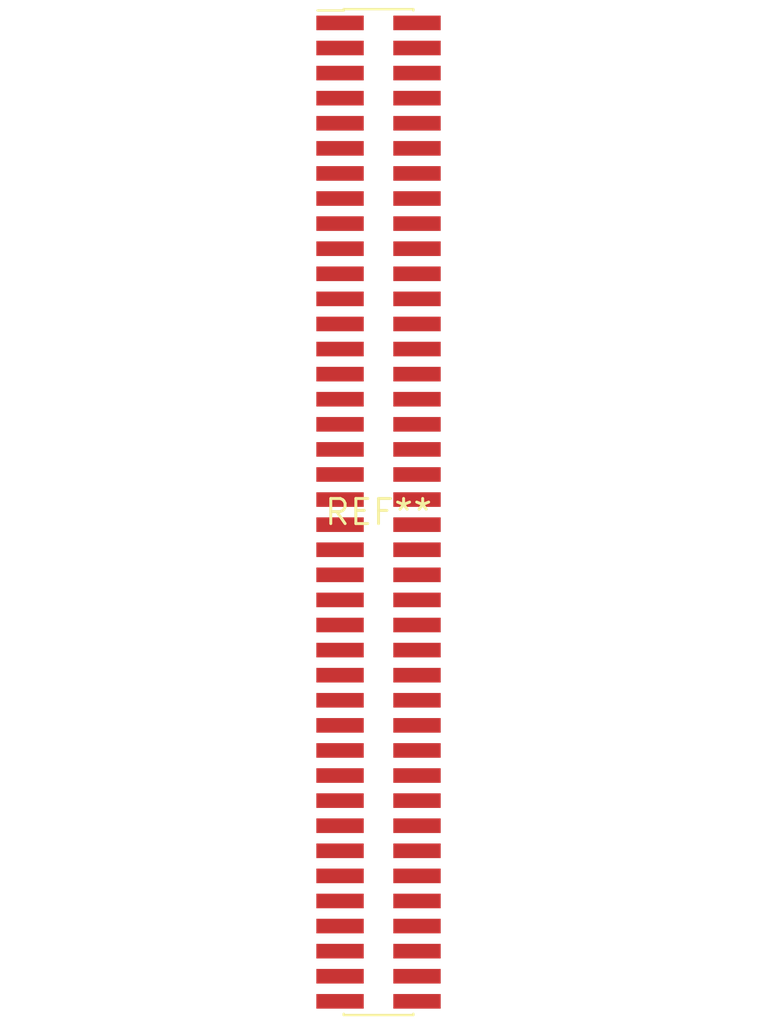
<source format=kicad_pcb>
(kicad_pcb (version 20240108) (generator pcbnew)
  (layers (0 "F.Cu" signal) (31 "B.Cu" signal) (34 "B.Paste" user) (35 "F.Paste" user) (36 "B.SilkS" user "B.Silkscreen") (37 "F.SilkS" user "F.Silkscreen") (38 "B.Mask" user) (39 "F.Mask" user) (44 "Edge.Cuts" user))
  (net 0 "")
  (footprint "PinHeader_2x40_P1.27mm_Vertical_SMD" (layer "F.Cu") (at 0 0)
    (property "Reference" "REF**")
    (property "Value" "PinHeader_2x40_P1.27mm_Vertical_SMD")
    (fp_line (start -3.09 -25.395) (end -1.765 -25.395) (layer "F.SilkS") (stroke (width 0.12)))
    (fp_line (start -1.765 -25.46) (end -1.765 -25.395) (layer "F.SilkS") (stroke (width 0.12)))
    (fp_line (start -1.765 -25.46) (end 1.765 -25.46) (layer "F.SilkS") (stroke (width 0.12)))
    (fp_line (start -1.765 25.395) (end -1.765 25.46) (layer "F.SilkS") (stroke (width 0.12)))
    (fp_line (start -1.765 25.46) (end 1.765 25.46) (layer "F.SilkS") (stroke (width 0.12)))
    (fp_line (start 1.765 -25.46) (end 1.765 -25.395) (layer "F.SilkS") (stroke (width 0.12)))
    (fp_line (start 1.765 25.395) (end 1.765 25.46) (layer "F.SilkS") (stroke (width 0.12)))
    (pad "1" smd rect (at -1.95 -24.765) (size 2.4 0.74) (layers "F.Cu" "F.Paste" "F.Mask"))
    (pad "2" smd rect (at 1.95 -24.765) (size 2.4 0.74) (layers "F.Cu" "F.Paste" "F.Mask"))
    (pad "3" smd rect (at -1.95 -23.495) (size 2.4 0.74) (layers "F.Cu" "F.Paste" "F.Mask"))
    (pad "4" smd rect (at 1.95 -23.495) (size 2.4 0.74) (layers "F.Cu" "F.Paste" "F.Mask"))
    (pad "5" smd rect (at -1.95 -22.225) (size 2.4 0.74) (layers "F.Cu" "F.Paste" "F.Mask"))
    (pad "6" smd rect (at 1.95 -22.225) (size 2.4 0.74) (layers "F.Cu" "F.Paste" "F.Mask"))
    (pad "7" smd rect (at -1.95 -20.955) (size 2.4 0.74) (layers "F.Cu" "F.Paste" "F.Mask"))
    (pad "8" smd rect (at 1.95 -20.955) (size 2.4 0.74) (layers "F.Cu" "F.Paste" "F.Mask"))
    (pad "9" smd rect (at -1.95 -19.685) (size 2.4 0.74) (layers "F.Cu" "F.Paste" "F.Mask"))
    (pad "10" smd rect (at 1.95 -19.685) (size 2.4 0.74) (layers "F.Cu" "F.Paste" "F.Mask"))
    (pad "11" smd rect (at -1.95 -18.415) (size 2.4 0.74) (layers "F.Cu" "F.Paste" "F.Mask"))
    (pad "12" smd rect (at 1.95 -18.415) (size 2.4 0.74) (layers "F.Cu" "F.Paste" "F.Mask"))
    (pad "13" smd rect (at -1.95 -17.145) (size 2.4 0.74) (layers "F.Cu" "F.Paste" "F.Mask"))
    (pad "14" smd rect (at 1.95 -17.145) (size 2.4 0.74) (layers "F.Cu" "F.Paste" "F.Mask"))
    (pad "15" smd rect (at -1.95 -15.875) (size 2.4 0.74) (layers "F.Cu" "F.Paste" "F.Mask"))
    (pad "16" smd rect (at 1.95 -15.875) (size 2.4 0.74) (layers "F.Cu" "F.Paste" "F.Mask"))
    (pad "17" smd rect (at -1.95 -14.605) (size 2.4 0.74) (layers "F.Cu" "F.Paste" "F.Mask"))
    (pad "18" smd rect (at 1.95 -14.605) (size 2.4 0.74) (layers "F.Cu" "F.Paste" "F.Mask"))
    (pad "19" smd rect (at -1.95 -13.335) (size 2.4 0.74) (layers "F.Cu" "F.Paste" "F.Mask"))
    (pad "20" smd rect (at 1.95 -13.335) (size 2.4 0.74) (layers "F.Cu" "F.Paste" "F.Mask"))
    (pad "21" smd rect (at -1.95 -12.065) (size 2.4 0.74) (layers "F.Cu" "F.Paste" "F.Mask"))
    (pad "22" smd rect (at 1.95 -12.065) (size 2.4 0.74) (layers "F.Cu" "F.Paste" "F.Mask"))
    (pad "23" smd rect (at -1.95 -10.795) (size 2.4 0.74) (layers "F.Cu" "F.Paste" "F.Mask"))
    (pad "24" smd rect (at 1.95 -10.795) (size 2.4 0.74) (layers "F.Cu" "F.Paste" "F.Mask"))
    (pad "25" smd rect (at -1.95 -9.525) (size 2.4 0.74) (layers "F.Cu" "F.Paste" "F.Mask"))
    (pad "26" smd rect (at 1.95 -9.525) (size 2.4 0.74) (layers "F.Cu" "F.Paste" "F.Mask"))
    (pad "27" smd rect (at -1.95 -8.255) (size 2.4 0.74) (layers "F.Cu" "F.Paste" "F.Mask"))
    (pad "28" smd rect (at 1.95 -8.255) (size 2.4 0.74) (layers "F.Cu" "F.Paste" "F.Mask"))
    (pad "29" smd rect (at -1.95 -6.985) (size 2.4 0.74) (layers "F.Cu" "F.Paste" "F.Mask"))
    (pad "30" smd rect (at 1.95 -6.985) (size 2.4 0.74) (layers "F.Cu" "F.Paste" "F.Mask"))
    (pad "31" smd rect (at -1.95 -5.715) (size 2.4 0.74) (layers "F.Cu" "F.Paste" "F.Mask"))
    (pad "32" smd rect (at 1.95 -5.715) (size 2.4 0.74) (layers "F.Cu" "F.Paste" "F.Mask"))
    (pad "33" smd rect (at -1.95 -4.445) (size 2.4 0.74) (layers "F.Cu" "F.Paste" "F.Mask"))
    (pad "34" smd rect (at 1.95 -4.445) (size 2.4 0.74) (layers "F.Cu" "F.Paste" "F.Mask"))
    (pad "35" smd rect (at -1.95 -3.175) (size 2.4 0.74) (layers "F.Cu" "F.Paste" "F.Mask"))
    (pad "36" smd rect (at 1.95 -3.175) (size 2.4 0.74) (layers "F.Cu" "F.Paste" "F.Mask"))
    (pad "37" smd rect (at -1.95 -1.905) (size 2.4 0.74) (layers "F.Cu" "F.Paste" "F.Mask"))
    (pad "38" smd rect (at 1.95 -1.905) (size 2.4 0.74) (layers "F.Cu" "F.Paste" "F.Mask"))
    (pad "39" smd rect (at -1.95 -0.635) (size 2.4 0.74) (layers "F.Cu" "F.Paste" "F.Mask"))
    (pad "40" smd rect (at 1.95 -0.635) (size 2.4 0.74) (layers "F.Cu" "F.Paste" "F.Mask"))
    (pad "41" smd rect (at -1.95 0.635) (size 2.4 0.74) (layers "F.Cu" "F.Paste" "F.Mask"))
    (pad "42" smd rect (at 1.95 0.635) (size 2.4 0.74) (layers "F.Cu" "F.Paste" "F.Mask"))
    (pad "43" smd rect (at -1.95 1.905) (size 2.4 0.74) (layers "F.Cu" "F.Paste" "F.Mask"))
    (pad "44" smd rect (at 1.95 1.905) (size 2.4 0.74) (layers "F.Cu" "F.Paste" "F.Mask"))
    (pad "45" smd rect (at -1.95 3.175) (size 2.4 0.74) (layers "F.Cu" "F.Paste" "F.Mask"))
    (pad "46" smd rect (at 1.95 3.175) (size 2.4 0.74) (layers "F.Cu" "F.Paste" "F.Mask"))
    (pad "47" smd rect (at -1.95 4.445) (size 2.4 0.74) (layers "F.Cu" "F.Paste" "F.Mask"))
    (pad "48" smd rect (at 1.95 4.445) (size 2.4 0.74) (layers "F.Cu" "F.Paste" "F.Mask"))
    (pad "49" smd rect (at -1.95 5.715) (size 2.4 0.74) (layers "F.Cu" "F.Paste" "F.Mask"))
    (pad "50" smd rect (at 1.95 5.715) (size 2.4 0.74) (layers "F.Cu" "F.Paste" "F.Mask"))
    (pad "51" smd rect (at -1.95 6.985) (size 2.4 0.74) (layers "F.Cu" "F.Paste" "F.Mask"))
    (pad "52" smd rect (at 1.95 6.985) (size 2.4 0.74) (layers "F.Cu" "F.Paste" "F.Mask"))
    (pad "53" smd rect (at -1.95 8.255) (size 2.4 0.74) (layers "F.Cu" "F.Paste" "F.Mask"))
    (pad "54" smd rect (at 1.95 8.255) (size 2.4 0.74) (layers "F.Cu" "F.Paste" "F.Mask"))
    (pad "55" smd rect (at -1.95 9.525) (size 2.4 0.74) (layers "F.Cu" "F.Paste" "F.Mask"))
    (pad "56" smd rect (at 1.95 9.525) (size 2.4 0.74) (layers "F.Cu" "F.Paste" "F.Mask"))
    (pad "57" smd rect (at -1.95 10.795) (size 2.4 0.74) (layers "F.Cu" "F.Paste" "F.Mask"))
    (pad "58" smd rect (at 1.95 10.795) (size 2.4 0.74) (layers "F.Cu" "F.Paste" "F.Mask"))
    (pad "59" smd rect (at -1.95 12.065) (size 2.4 0.74) (layers "F.Cu" "F.Paste" "F.Mask"))
    (pad "60" smd rect (at 1.95 12.065) (size 2.4 0.74) (layers "F.Cu" "F.Paste" "F.Mask"))
    (pad "61" smd rect (at -1.95 13.335) (size 2.4 0.74) (layers "F.Cu" "F.Paste" "F.Mask"))
    (pad "62" smd rect (at 1.95 13.335) (size 2.4 0.74) (layers "F.Cu" "F.Paste" "F.Mask"))
    (pad "63" smd rect (at -1.95 14.605) (size 2.4 0.74) (layers "F.Cu" "F.Paste" "F.Mask"))
    (pad "64" smd rect (at 1.95 14.605) (size 2.4 0.74) (layers "F.Cu" "F.Paste" "F.Mask"))
    (pad "65" smd rect (at -1.95 15.875) (size 2.4 0.74) (layers "F.Cu" "F.Paste" "F.Mask"))
    (pad "66" smd rect (at 1.95 15.875) (size 2.4 0.74) (layers "F.Cu" "F.Paste" "F.Mask"))
    (pad "67" smd rect (at -1.95 17.145) (size 2.4 0.74) (layers "F.Cu" "F.Paste" "F.Mask"))
    (pad "68" smd rect (at 1.95 17.145) (size 2.4 0.74) (layers "F.Cu" "F.Paste" "F.Mask"))
    (pad "69" smd rect (at -1.95 18.415) (size 2.4 0.74) (layers "F.Cu" "F.Paste" "F.Mask"))
    (pad "70" smd rect (at 1.95 18.415) (size 2.4 0.74) (layers "F.Cu" "F.Paste" "F.Mask"))
    (pad "71" smd rect (at -1.95 19.685) (size 2.4 0.74) (layers "F.Cu" "F.Paste" "F.Mask"))
    (pad "72" smd rect (at 1.95 19.685) (size 2.4 0.74) (layers "F.Cu" "F.Paste" "F.Mask"))
    (pad "73" smd rect (at -1.95 20.955) (size 2.4 0.74) (layers "F.Cu" "F.Paste" "F.Mask"))
    (pad "74" smd rect (at 1.95 20.955) (size 2.4 0.74) (layers "F.Cu" "F.Paste" "F.Mask"))
    (pad "75" smd rect (at -1.95 22.225) (size 2.4 0.74) (layers "F.Cu" "F.Paste" "F.Mask"))
    (pad "76" smd rect (at 1.95 22.225) (size 2.4 0.74) (layers "F.Cu" "F.Paste" "F.Mask"))
    (pad "77" smd rect (at -1.95 23.495) (size 2.4 0.74) (layers "F.Cu" "F.Paste" "F.Mask"))
    (pad "78" smd rect (at 1.95 23.495) (size 2.4 0.74) (layers "F.Cu" "F.Paste" "F.Mask"))
    (pad "79" smd rect (at -1.95 24.765) (size 2.4 0.74) (layers "F.Cu" "F.Paste" "F.Mask"))
    (pad "80" smd rect (at 1.95 24.765) (size 2.4 0.74) (layers "F.Cu" "F.Paste" "F.Mask"))
  )
)
</source>
